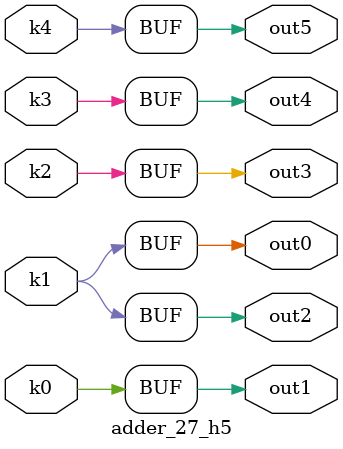
<source format=v>
module adder_27(pi00, pi01, pi02, pi03, pi04, pi05, pi06, pi07, pi08, pi09, po0, po1, po2, po3, po4, po5);
input pi00, pi01, pi02, pi03, pi04, pi05, pi06, pi07, pi08, pi09;
output po0, po1, po2, po3, po4, po5;
wire k0, k1, k2, k3, k4;
adder_27_w5 DUT1 (pi00, pi01, pi02, pi03, pi04, pi05, pi06, pi07, pi08, pi09, k0, k1, k2, k3, k4);
adder_27_h5 DUT2 (k0, k1, k2, k3, k4, po0, po1, po2, po3, po4, po5);
endmodule

module adder_27_w5(in9, in8, in7, in6, in5, in4, in3, in2, in1, in0, k4, k3, k2, k1, k0);
input in9, in8, in7, in6, in5, in4, in3, in2, in1, in0;
output k4, k3, k2, k1, k0;
assign k0 =   ((~in6 | ~in2) & (((~in7 | ~in3) & (((~in8 | ~in4) & ((~in9 & (in1 | ~in5)) | (~in0 & ~in5))) | (~in8 & ~in4))) | (~in7 & ~in3))) | (~in6 & ~in2);
assign k1 =   ((~in6 ^ in2) & (((~in7 | ~in3) & (((~in8 | ~in4) & ((~in9 & (in1 | ~in5)) | (~in0 & ~in5))) | (~in8 & ~in4))) | (~in7 & ~in3))) | ((in6 ^ in2) & ((in7 & in3) | ((in7 | in3) & ((in8 & in4) | ((in8 | in4) & ((~in1 & in5) | (in9 & (in0 | in5))))))));
assign k2 =   ((~in7 ^ in3) & (((~in8 | ~in4) & ((~in9 & (in1 | ~in5)) | (~in0 & ~in5))) | (~in8 & ~in4))) | ((in7 ^ in3) & ((in8 & in4) | ((in8 | in4) & ((~in1 & in5) | (in9 & (in0 | in5))))));
assign k3 =   ((~in8 ^ in4) & ((~in9 & (in1 | ~in5)) | (~in0 & ~in5))) | ((in8 ^ in4) & ((~in1 & in5) | (in9 & (in0 | in5))));
assign k4 =   in9 ? (in5 ? in1 : in0) : (in5 ? ~in1 : ~in0);
endmodule

module adder_27_h5(k4, k3, k2, k1, k0, out5, out4, out3, out2, out1, out0);
input k4, k3, k2, k1, k0;
output out5, out4, out3, out2, out1, out0;
assign out0 = k1;
assign out1 = k0;
assign out2 = k1;
assign out3 = k2;
assign out4 = k3;
assign out5 = k4;
endmodule

</source>
